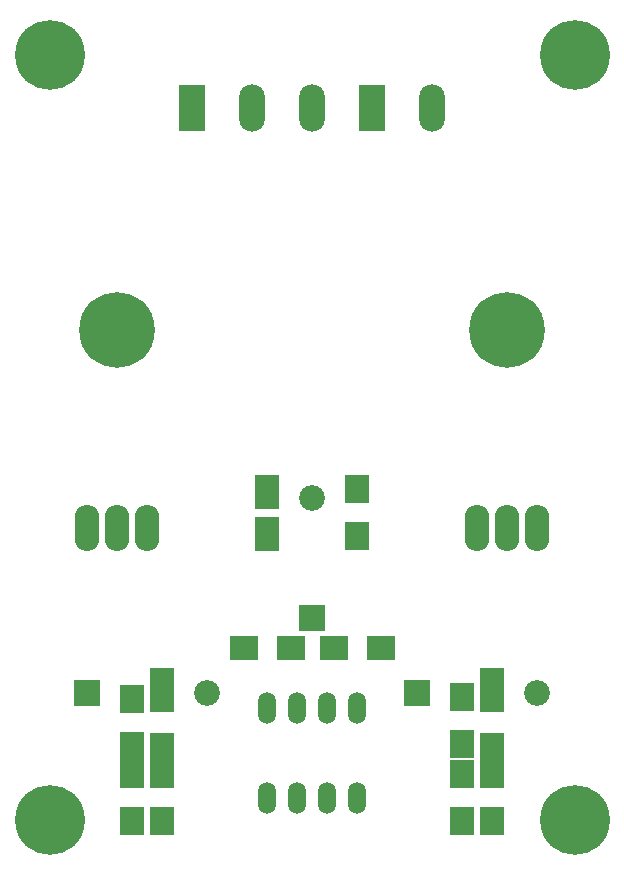
<source format=gbr>
G04 #@! TF.FileFunction,Soldermask,Bot*
%FSLAX46Y46*%
G04 Gerber Fmt 4.6, Leading zero omitted, Abs format (unit mm)*
G04 Created by KiCad (PCBNEW 4.0.5+dfsg1-4) date Mon Apr 17 11:42:06 2017*
%MOMM*%
%LPD*%
G01*
G04 APERTURE LIST*
%ADD10C,0.100000*%
%ADD11C,2.178000*%
%ADD12R,2.178000X2.178000*%
%ADD13R,2.200000X4.000000*%
%ADD14O,2.200000X4.000000*%
%ADD15R,2.000000X2.400000*%
%ADD16R,2.100000X2.400000*%
%ADD17R,2.400000X2.100000*%
%ADD18R,2.000000X3.000000*%
%ADD19R,2.099260X3.699460*%
%ADD20C,5.900000*%
%ADD21O,2.099260X3.900120*%
%ADD22C,6.400000*%
%ADD23O,1.500000X2.700000*%
G04 APERTURE END LIST*
D10*
D11*
X168910000Y-128270000D03*
D12*
X158750000Y-128270000D03*
D11*
X196850000Y-128270000D03*
D12*
X186690000Y-128270000D03*
D11*
X177800000Y-111760000D03*
D12*
X177800000Y-121920000D03*
D13*
X182880000Y-78740000D03*
D14*
X187960000Y-78740000D03*
D13*
X167640000Y-78740000D03*
D14*
X172720000Y-78740000D03*
X177800000Y-78740000D03*
D15*
X162560000Y-132810000D03*
X162560000Y-128810000D03*
X162560000Y-135160000D03*
X162560000Y-139160000D03*
X190500000Y-135160000D03*
X190500000Y-139160000D03*
X190500000Y-132599200D03*
X190500000Y-128599200D03*
D16*
X165100000Y-135160000D03*
X165100000Y-139160000D03*
D17*
X179610000Y-124460000D03*
X183610000Y-124460000D03*
X175990000Y-124460000D03*
X171990000Y-124460000D03*
D16*
X193040000Y-135160000D03*
X193040000Y-139160000D03*
X181610000Y-111030000D03*
X181610000Y-115030000D03*
D18*
X173990000Y-114830000D03*
X173990000Y-111230000D03*
D19*
X165100000Y-128059180D03*
X165100000Y-133560820D03*
X193040000Y-128059180D03*
X193040000Y-133560820D03*
D20*
X155575000Y-139065000D03*
X200025000Y-139065000D03*
D21*
X161290000Y-114300000D03*
X158750000Y-114300000D03*
X163830000Y-114300000D03*
D22*
X161290000Y-97536000D03*
D21*
X194310000Y-114300000D03*
X191770000Y-114300000D03*
X196850000Y-114300000D03*
D22*
X194310000Y-97536000D03*
D20*
X200025000Y-74295000D03*
X155575000Y-74295000D03*
D23*
X173990000Y-137160000D03*
X176530000Y-137160000D03*
X176530000Y-129540000D03*
X173990000Y-129540000D03*
X179070000Y-137160000D03*
X181610000Y-137160000D03*
X181610000Y-129540000D03*
X179070000Y-129540000D03*
M02*

</source>
